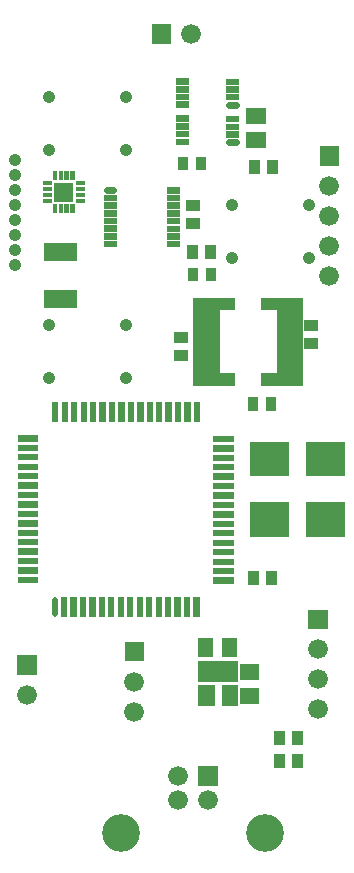
<source format=gbr>
G04 start of page 4 for group -4063 idx -4063
G04 Title: (unknown), componentmask *
G04 Creator: pcb 20070912 *
G04 CreationDate: Mon May 19 07:55:49 2008 UTC *
G04 For: sean *
G04 Format: Gerber/RS-274X *
G04 PCB-Dimensions: 132000 290000 *
G04 PCB-Coordinate-Origin: lower left *
%MOIN*%
%FSLAX24Y24*%
%LNFRONTMASK*%
%ADD12C,0.0200*%
%ADD17C,0.0220*%
%ADD34C,0.0660*%
%ADD35C,0.0420*%
%ADD36C,0.1260*%
%ADD37R,0.0140X0.0140*%
%ADD38R,0.0318X0.0318*%
%ADD39R,0.0220X0.0220*%
%ADD40R,0.0360X0.0360*%
%ADD41R,0.1145X0.1145*%
%ADD42R,0.0510X0.0510*%
%ADD43R,0.0210X0.0210*%
%ADD44R,0.0416X0.0416*%
%ADD45R,0.0540X0.0540*%
%ADD46C,0.0210*%
G54D12*G36*
X6480Y28470D02*Y27810D01*
X7140D01*
Y28470D01*
X6480D01*
G37*
G54D34*X7810Y28140D03*
G54D12*G36*
X12080Y24410D02*Y23750D01*
X12740D01*
Y24410D01*
X12080D01*
G37*
G54D34*X12410Y23080D03*
Y22080D03*
Y21080D03*
Y20080D03*
G54D35*X11719Y20654D03*
G54D12*G36*
X11690Y8950D02*Y8290D01*
X12350D01*
Y8950D01*
X11690D01*
G37*
G54D35*X9160Y22425D03*
X11719D03*
X9160Y20654D03*
X3060Y18425D03*
X5619D03*
Y16654D03*
Y26025D03*
Y24254D03*
X3060Y16654D03*
X1920Y23950D03*
Y23450D03*
Y22950D03*
X3060Y26025D03*
Y24254D03*
X1920Y22450D03*
Y21950D03*
Y21450D03*
Y20950D03*
Y20450D03*
G54D34*X12020Y7620D03*
Y6620D03*
Y5620D03*
G54D36*X10260Y1490D03*
G54D12*G36*
X5580Y7880D02*Y7220D01*
X6240D01*
Y7880D01*
X5580D01*
G37*
G36*
X2010Y7440D02*Y6780D01*
X2670D01*
Y7440D01*
X2010D01*
G37*
G54D34*X2340Y6110D03*
X5910Y6550D03*
Y5550D03*
G54D12*G36*
X8030Y3720D02*Y3060D01*
X8690D01*
Y3720D01*
X8030D01*
G37*
G54D34*X7360Y3390D03*
Y2590D03*
X8360D03*
G54D36*X5460Y1490D03*
G54D37*X3254Y22391D02*Y22226D01*
X3451Y22391D02*Y22226D01*
X3648Y22391D02*Y22226D01*
X3845Y22391D02*Y22226D01*
X4018Y22564D02*X4183D01*
X2916D02*X3081D01*
X4018Y22761D02*X4183D01*
G54D38*X3841Y21013D02*Y20738D01*
X3644Y21013D02*Y20738D01*
X3447Y21013D02*Y20738D01*
X3250Y21013D02*Y20738D01*
X3054Y21013D02*Y20738D01*
G54D37*X4018Y23155D02*X4183D01*
X2916D02*X3081D01*
X2916Y22958D02*X3081D01*
X2916Y22761D02*X3081D01*
G54D12*G36*
X3234Y23175D02*Y22544D01*
X3865D01*
Y23175D01*
X3234D01*
G37*
G54D37*X3845Y23493D02*Y23328D01*
X3648Y23493D02*Y23328D01*
X3451Y23493D02*Y23328D01*
X3254Y23493D02*Y23328D01*
G54D38*X3054Y19438D02*Y19163D01*
X3250Y19438D02*Y19163D01*
X3447Y19438D02*Y19163D01*
X3644Y19438D02*Y19163D01*
X3841Y19438D02*Y19163D01*
G54D37*X4018Y22958D02*X4183D01*
G54D17*X4990Y22930D02*X5210D01*
G54D39*X4990Y22670D02*X5210D01*
X4990Y22420D02*X5210D01*
X4990Y22160D02*X5210D01*
X4990Y21900D02*X5210D01*
X4990Y21650D02*X5210D01*
X4990Y21390D02*X5210D01*
X4990Y21140D02*X5210D01*
G54D40*X10490Y10050D02*Y9950D01*
X9890Y10050D02*Y9950D01*
X10740Y3950D02*Y3850D01*
Y4710D02*Y4610D01*
X11340Y3950D02*Y3850D01*
Y4710D02*Y4610D01*
G54D41*X10326Y11955D02*X10483D01*
X10326Y13963D02*X10483D01*
G54D42*X9670Y6870D02*X9810D01*
X9670Y6070D02*X9810D01*
G54D43*X5770Y9260D02*Y8800D01*
X6090Y9260D02*Y8800D01*
X6400Y9260D02*Y8800D01*
X6720Y9260D02*Y8800D01*
X7030Y9260D02*Y8800D01*
X7350Y9260D02*Y8800D01*
X8650Y10540D02*X9110D01*
X8650Y10860D02*X9110D01*
X8650Y11170D02*X9110D01*
G54D40*X7410Y17410D02*X7510D01*
X7410Y18010D02*X7510D01*
G54D44*X8085Y18499D02*X8538D01*
X8085Y18185D02*X8538D01*
X8085Y17870D02*X8538D01*
X8085Y17555D02*X8538D01*
X8085Y17240D02*X8538D01*
X8085Y16925D02*X8538D01*
X8085Y16610D02*X9050D01*
G54D43*X8650Y11490D02*X9110D01*
X8650Y11800D02*X9110D01*
X8650Y12120D02*X9110D01*
X8650Y12430D02*X9110D01*
X8650Y12750D02*X9110D01*
X8650Y13060D02*X9110D01*
X8650Y13380D02*X9110D01*
X8650Y13690D02*X9110D01*
X8650Y14010D02*X9110D01*
G54D41*X12216Y11955D02*X12373D01*
X12216Y13963D02*X12373D01*
G54D43*X7660Y9260D02*Y8800D01*
X7980Y9260D02*Y8800D01*
X8650Y9920D02*X9110D01*
X8650Y10230D02*X9110D01*
G54D45*X8310Y6980D02*Y6820D01*
X8700Y6980D02*Y6820D01*
X9090Y6980D02*Y6820D01*
Y6160D02*Y6000D01*
X8310Y6160D02*Y6000D01*
G54D42*X9070Y7750D02*Y7610D01*
X8270Y7750D02*Y7610D01*
G54D40*X10460Y15850D02*Y15750D01*
G54D44*X10349Y16610D02*X11313D01*
G54D40*X9860Y15850D02*Y15750D01*
X11750Y17830D02*X11850D01*
X11750Y18430D02*X11850D01*
G54D44*X10861Y18499D02*X11313D01*
X10860Y18185D02*X11313D01*
X10861Y16925D02*X11313D01*
X10861Y17240D02*X11313D01*
X10861Y17555D02*X11313D01*
X10861Y17870D02*X11313D01*
X10861Y18814D02*X11313D01*
X10349Y19129D02*X11313D01*
G54D46*X3260Y9260D02*Y8800D01*
G54D43*X3570Y9260D02*Y8800D01*
X3880Y9260D02*Y8800D01*
X4200Y9260D02*Y8800D01*
X4510Y9260D02*Y8800D01*
X4830Y9260D02*Y8800D01*
X5140Y9260D02*Y8800D01*
X5460Y9260D02*Y8800D01*
X8650Y14320D02*X9110D01*
X8650Y14640D02*X9110D01*
X7990Y15770D02*Y15310D01*
X7680Y15770D02*Y15310D01*
X7370Y15770D02*Y15310D01*
X7050Y15770D02*Y15310D01*
X6740Y15770D02*Y15310D01*
X6420Y15770D02*Y15310D01*
X6110Y15770D02*Y15310D01*
X5790Y15770D02*Y15310D01*
X5480Y15770D02*Y15310D01*
X5160Y15770D02*Y15310D01*
X4850Y15770D02*Y15310D01*
X4530Y15770D02*Y15310D01*
X4220Y15770D02*Y15310D01*
X3900Y15770D02*Y15310D01*
X3590Y15770D02*Y15310D01*
X3270Y15770D02*Y15310D01*
X2140Y14650D02*X2600D01*
X2140Y14340D02*X2600D01*
X2140Y14030D02*X2600D01*
X2140Y13710D02*X2600D01*
X2140Y13400D02*X2600D01*
X2140Y13080D02*X2600D01*
X2140Y12770D02*X2600D01*
X2140Y12450D02*X2600D01*
X2140Y12140D02*X2600D01*
X2140Y11820D02*X2600D01*
X2140Y11510D02*X2600D01*
X2140Y11190D02*X2600D01*
X2140Y10880D02*X2600D01*
X2140Y10560D02*X2600D01*
X2140Y10250D02*X2600D01*
X2140Y9930D02*X2600D01*
G54D40*X7810Y22410D02*X7910D01*
X7810Y21810D02*X7910D01*
X7850Y20930D02*Y20830D01*
G54D39*X7110Y21130D02*X7330D01*
X7110Y21390D02*X7330D01*
X7110Y21640D02*X7330D01*
X7110Y21900D02*X7330D01*
X7110Y22160D02*X7330D01*
X7110Y22410D02*X7330D01*
X7110Y22670D02*X7330D01*
X7110Y22920D02*X7330D01*
G54D40*X9920Y23740D02*Y23640D01*
X10520Y23740D02*Y23640D01*
G54D39*X9070Y26030D02*X9290D01*
X9070Y26280D02*X9290D01*
X9070Y26540D02*X9290D01*
G54D17*X9070Y25770D02*X9290D01*
X9070Y24530D02*X9290D01*
G54D39*X9070Y24790D02*X9290D01*
X9070Y25040D02*X9290D01*
X9070Y25300D02*X9290D01*
G54D42*X9890Y25400D02*X10030D01*
X9890Y24600D02*X10030D01*
G54D39*X7400Y26550D02*X7620D01*
X7400Y26290D02*X7620D01*
X7400Y26040D02*X7620D01*
X7400Y25780D02*X7620D01*
X7400Y25310D02*X7620D01*
G54D40*X7530Y23870D02*Y23770D01*
X8130Y23870D02*Y23770D01*
G54D39*X7400Y25050D02*X7620D01*
X7400Y24800D02*X7620D01*
X7400Y24540D02*X7620D01*
G54D40*X7860Y20170D02*Y20070D01*
X8460Y20170D02*Y20070D01*
X8450Y20930D02*Y20830D01*
G54D44*X8085Y19129D02*X9050D01*
X8085Y18814D02*X8538D01*
M02*

</source>
